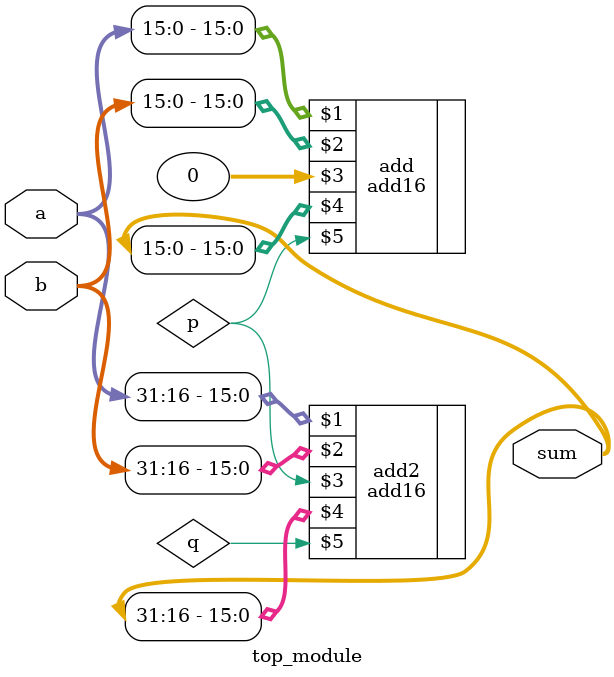
<source format=v>
module top_module(
    input [31:0] a,
    input [31:0] b,
    output [31:0] sum
);
    wire p,q;
    add16 add(a[15:0],b[15:0],0,sum[15:0],p);
    add16 add2(a[31:16],b[31:16],p,sum[31:16],q);

endmodule

</source>
